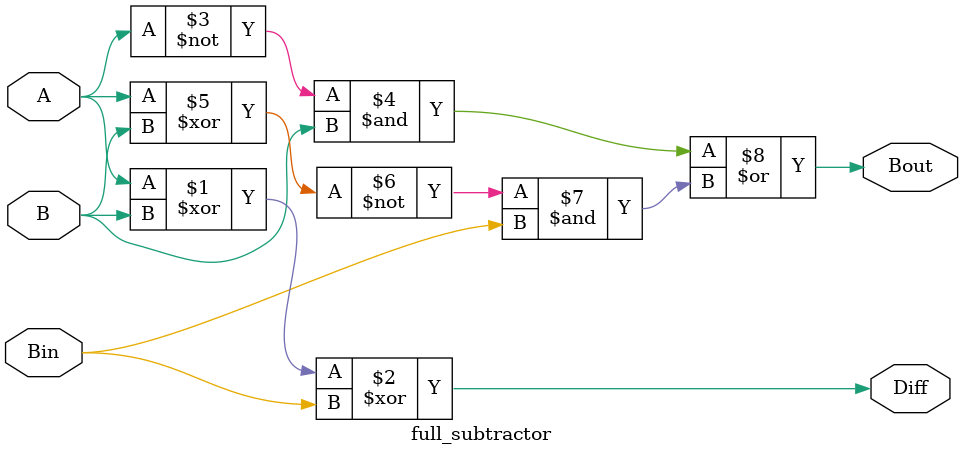
<source format=sv>
module full_subtractor (
    input A,       
    input B,       
    input Bin,     
    output Diff,   
    output Bout    
);
    assign Diff = A ^ B ^ Bin;                     
    assign Bout = (~A & B) | (~(A ^ B) & Bin);    
endmodule
</source>
